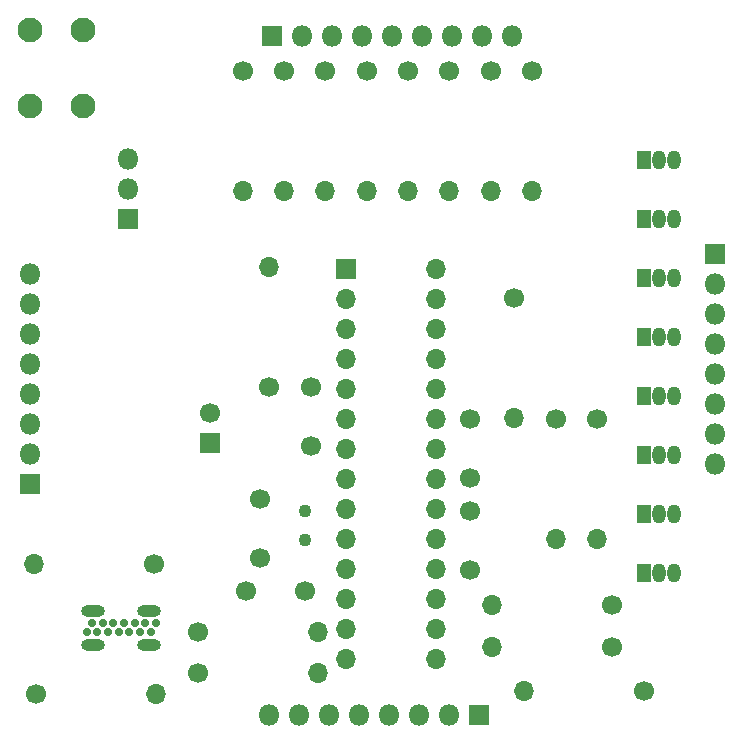
<source format=gbr>
%TF.GenerationSoftware,KiCad,Pcbnew,(5.1.6)-1*%
%TF.CreationDate,2020-05-26T20:54:03-04:00*%
%TF.ProjectId,ArduinoLife2-CPU,41726475-696e-46f4-9c69-6665322d4350,rev?*%
%TF.SameCoordinates,Original*%
%TF.FileFunction,Soldermask,Top*%
%TF.FilePolarity,Negative*%
%FSLAX46Y46*%
G04 Gerber Fmt 4.6, Leading zero omitted, Abs format (unit mm)*
G04 Created by KiCad (PCBNEW (5.1.6)-1) date 2020-05-26 20:54:03*
%MOMM*%
%LPD*%
G01*
G04 APERTURE LIST*
%ADD10C,0.700000*%
%ADD11O,2.000000X1.000000*%
%ADD12O,1.700000X1.700000*%
%ADD13C,1.700000*%
%ADD14C,1.100000*%
%ADD15R,1.800000X1.800000*%
%ADD16O,1.800000X1.800000*%
%ADD17R,1.700000X1.700000*%
%ADD18C,2.100000*%
%ADD19R,1.150000X1.600000*%
%ADD20O,1.150000X1.600000*%
G04 APERTURE END LIST*
D10*
%TO.C,J6*%
X105750000Y-126750000D03*
X106650000Y-126750000D03*
X107550000Y-126750000D03*
X108450000Y-126750000D03*
X109350000Y-126750000D03*
X110250000Y-126750000D03*
X111150000Y-126750000D03*
X105300000Y-127530000D03*
X106200000Y-127530000D03*
X107100000Y-127530000D03*
X108000000Y-127530000D03*
X108900000Y-127530000D03*
X109800000Y-127530000D03*
X110700000Y-127530000D03*
D11*
X110600000Y-125710000D03*
X110600000Y-128570000D03*
X105800000Y-125710000D03*
X105800000Y-128570000D03*
%TD*%
D12*
%TO.C,R17*%
X100840000Y-121750000D03*
D13*
X111000000Y-121750000D03*
%TD*%
%TO.C,R18*%
X101000000Y-132750000D03*
D12*
X111160000Y-132750000D03*
%TD*%
D14*
%TO.C,Y1*%
X123750000Y-119750000D03*
X123750000Y-117250000D03*
%TD*%
D13*
%TO.C,R1*%
X141500000Y-99250000D03*
D12*
X141500000Y-109410000D03*
%TD*%
D15*
%TO.C,J5*%
X108750000Y-92500000D03*
D16*
X108750000Y-89960000D03*
X108750000Y-87420000D03*
%TD*%
D13*
%TO.C,C3*%
X137750000Y-114500000D03*
X137750000Y-109500000D03*
%TD*%
%TO.C,C1*%
X124250000Y-106750000D03*
X124250000Y-111750000D03*
%TD*%
%TO.C,C2*%
X137750000Y-117250000D03*
X137750000Y-122250000D03*
%TD*%
%TO.C,C4*%
X120000000Y-116250000D03*
X120000000Y-121250000D03*
%TD*%
%TO.C,C5*%
X118750000Y-124000000D03*
X123750000Y-124000000D03*
%TD*%
D17*
%TO.C,C6*%
X115750000Y-111500000D03*
D13*
X115750000Y-109000000D03*
%TD*%
%TO.C,R20*%
X120750000Y-106750000D03*
D12*
X120750000Y-96590000D03*
%TD*%
D18*
%TO.C,SW1*%
X100500000Y-76500000D03*
X105000000Y-76500000D03*
X100500000Y-83000000D03*
X105000000Y-83000000D03*
%TD*%
D17*
%TO.C,U1*%
X127250000Y-96750000D03*
D12*
X134870000Y-129770000D03*
X127250000Y-99290000D03*
X134870000Y-127230000D03*
X127250000Y-101830000D03*
X134870000Y-124690000D03*
X127250000Y-104370000D03*
X134870000Y-122150000D03*
X127250000Y-106910000D03*
X134870000Y-119610000D03*
X127250000Y-109450000D03*
X134870000Y-117070000D03*
X127250000Y-111990000D03*
X134870000Y-114530000D03*
X127250000Y-114530000D03*
X134870000Y-111990000D03*
X127250000Y-117070000D03*
X134870000Y-109450000D03*
X127250000Y-119610000D03*
X134870000Y-106910000D03*
X127250000Y-122150000D03*
X134870000Y-104370000D03*
X127250000Y-124690000D03*
X134870000Y-101830000D03*
X127250000Y-127230000D03*
X134870000Y-99290000D03*
X127250000Y-129770000D03*
X134870000Y-96750000D03*
%TD*%
D15*
%TO.C,J1*%
X121000000Y-77000000D03*
D16*
X123540000Y-77000000D03*
X126080000Y-77000000D03*
X128620000Y-77000000D03*
X131160000Y-77000000D03*
X133700000Y-77000000D03*
X136240000Y-77000000D03*
X138780000Y-77000000D03*
X141320000Y-77000000D03*
%TD*%
D15*
%TO.C,J2*%
X158500000Y-95500000D03*
D16*
X158500000Y-98040000D03*
X158500000Y-100580000D03*
X158500000Y-103120000D03*
X158500000Y-105660000D03*
X158500000Y-108200000D03*
X158500000Y-110740000D03*
X158500000Y-113280000D03*
%TD*%
D15*
%TO.C,J3*%
X100500000Y-115000000D03*
D16*
X100500000Y-112460000D03*
X100500000Y-109920000D03*
X100500000Y-107380000D03*
X100500000Y-104840000D03*
X100500000Y-102300000D03*
X100500000Y-99760000D03*
X100500000Y-97220000D03*
%TD*%
%TO.C,J4*%
X120720000Y-134500000D03*
X123260000Y-134500000D03*
X125800000Y-134500000D03*
X128340000Y-134500000D03*
X130880000Y-134500000D03*
X133420000Y-134500000D03*
X135960000Y-134500000D03*
D15*
X138500000Y-134500000D03*
%TD*%
D19*
%TO.C,Q1*%
X152500000Y-87500000D03*
D20*
X155040000Y-87500000D03*
X153770000Y-87500000D03*
%TD*%
D19*
%TO.C,Q2*%
X152500000Y-92500000D03*
D20*
X155040000Y-92500000D03*
X153770000Y-92500000D03*
%TD*%
%TO.C,Q3*%
X153770000Y-97500000D03*
X155040000Y-97500000D03*
D19*
X152500000Y-97500000D03*
%TD*%
D20*
%TO.C,Q4*%
X153770000Y-102500000D03*
X155040000Y-102500000D03*
D19*
X152500000Y-102500000D03*
%TD*%
%TO.C,Q5*%
X152500000Y-107500000D03*
D20*
X155040000Y-107500000D03*
X153770000Y-107500000D03*
%TD*%
D19*
%TO.C,Q6*%
X152500000Y-112500000D03*
D20*
X155040000Y-112500000D03*
X153770000Y-112500000D03*
%TD*%
%TO.C,Q7*%
X153770000Y-117500000D03*
X155040000Y-117500000D03*
D19*
X152500000Y-117500000D03*
%TD*%
D20*
%TO.C,Q8*%
X153770000Y-122500000D03*
X155040000Y-122500000D03*
D19*
X152500000Y-122500000D03*
%TD*%
D13*
%TO.C,R2*%
X145000000Y-109500000D03*
D12*
X145000000Y-119660000D03*
%TD*%
%TO.C,R3*%
X148500000Y-119660000D03*
D13*
X148500000Y-109500000D03*
%TD*%
D12*
%TO.C,R4*%
X139590000Y-125250000D03*
D13*
X149750000Y-125250000D03*
%TD*%
%TO.C,R5*%
X149750000Y-128750000D03*
D12*
X139590000Y-128750000D03*
%TD*%
D13*
%TO.C,R6*%
X152500000Y-132500000D03*
D12*
X142340000Y-132500000D03*
%TD*%
%TO.C,R7*%
X124910000Y-131000000D03*
D13*
X114750000Y-131000000D03*
%TD*%
D12*
%TO.C,R8*%
X124910000Y-127500000D03*
D13*
X114750000Y-127500000D03*
%TD*%
D12*
%TO.C,R9*%
X118500000Y-90160000D03*
D13*
X118500000Y-80000000D03*
%TD*%
%TO.C,R10*%
X122000000Y-80000000D03*
D12*
X122000000Y-90160000D03*
%TD*%
%TO.C,R11*%
X125500000Y-90160000D03*
D13*
X125500000Y-80000000D03*
%TD*%
%TO.C,R12*%
X129000000Y-80000000D03*
D12*
X129000000Y-90160000D03*
%TD*%
D13*
%TO.C,R13*%
X132500000Y-80000000D03*
D12*
X132500000Y-90160000D03*
%TD*%
%TO.C,R14*%
X136000000Y-90160000D03*
D13*
X136000000Y-80000000D03*
%TD*%
%TO.C,R15*%
X139500000Y-80000000D03*
D12*
X139500000Y-90160000D03*
%TD*%
%TO.C,R16*%
X143000000Y-90160000D03*
D13*
X143000000Y-80000000D03*
%TD*%
M02*

</source>
